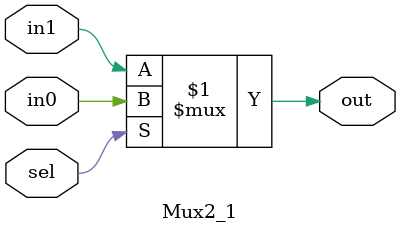
<source format=v>
`timescale 1ns/1ns
module Mux2_1 ( in1, in0, sel, out);

output out;
input in1, in0, sel;
wire out;

assign out = sel ? in0:in1;

endmodule

</source>
